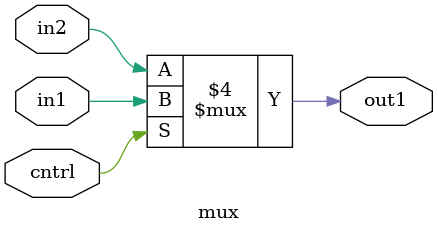
<source format=v>
module mux(in1,in2,cntrl,out1);
input in1;
input in2;

input cntrl;

output reg out1;

always@* begin
if( cntrl == 0) begin
out1 = in2;
end else begin
out1 = in1;
end
end

endmodule
</source>
